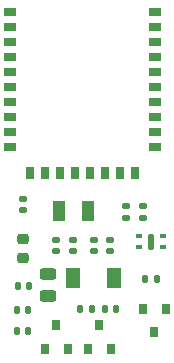
<source format=gbr>
G04 #@! TF.GenerationSoftware,KiCad,Pcbnew,(6.0.7)*
G04 #@! TF.CreationDate,2022-09-04T16:16:14-05:00*
G04 #@! TF.ProjectId,parasite-mini-test,70617261-7369-4746-952d-6d696e692d74,1.2.0*
G04 #@! TF.SameCoordinates,Original*
G04 #@! TF.FileFunction,Paste,Top*
G04 #@! TF.FilePolarity,Positive*
%FSLAX46Y46*%
G04 Gerber Fmt 4.6, Leading zero omitted, Abs format (unit mm)*
G04 Created by KiCad (PCBNEW (6.0.7)) date 2022-09-04 16:16:14*
%MOMM*%
%LPD*%
G01*
G04 APERTURE LIST*
G04 Aperture macros list*
%AMRoundRect*
0 Rectangle with rounded corners*
0 $1 Rounding radius*
0 $2 $3 $4 $5 $6 $7 $8 $9 X,Y pos of 4 corners*
0 Add a 4 corners polygon primitive as box body*
4,1,4,$2,$3,$4,$5,$6,$7,$8,$9,$2,$3,0*
0 Add four circle primitives for the rounded corners*
1,1,$1+$1,$2,$3*
1,1,$1+$1,$4,$5*
1,1,$1+$1,$6,$7*
1,1,$1+$1,$8,$9*
0 Add four rect primitives between the rounded corners*
20,1,$1+$1,$2,$3,$4,$5,0*
20,1,$1+$1,$4,$5,$6,$7,0*
20,1,$1+$1,$6,$7,$8,$9,0*
20,1,$1+$1,$8,$9,$2,$3,0*%
G04 Aperture macros list end*
%ADD10RoundRect,0.147500X0.172500X-0.147500X0.172500X0.147500X-0.172500X0.147500X-0.172500X-0.147500X0*%
%ADD11RoundRect,0.147500X0.147500X0.172500X-0.147500X0.172500X-0.147500X-0.172500X0.147500X-0.172500X0*%
%ADD12RoundRect,0.147500X-0.147500X-0.172500X0.147500X-0.172500X0.147500X0.172500X-0.147500X0.172500X0*%
%ADD13R,0.800000X0.900000*%
%ADD14RoundRect,0.147500X-0.172500X0.147500X-0.172500X-0.147500X0.172500X-0.147500X0.172500X0.147500X0*%
%ADD15R,1.000000X1.800000*%
%ADD16RoundRect,0.218750X0.256250X-0.218750X0.256250X0.218750X-0.256250X0.218750X-0.256250X-0.218750X0*%
%ADD17RoundRect,0.243750X0.456250X-0.243750X0.456250X0.243750X-0.456250X0.243750X-0.456250X-0.243750X0*%
%ADD18RoundRect,0.125000X0.125000X0.575000X-0.125000X0.575000X-0.125000X-0.575000X0.125000X-0.575000X0*%
%ADD19RoundRect,0.087500X0.187500X0.087500X-0.187500X0.087500X-0.187500X-0.087500X0.187500X-0.087500X0*%
%ADD20RoundRect,0.087500X-0.187500X-0.087500X0.187500X-0.087500X0.187500X0.087500X-0.187500X0.087500X0*%
%ADD21R,1.300000X1.700000*%
%ADD22R,1.000000X0.650000*%
%ADD23R,0.650000X1.000000*%
G04 APERTURE END LIST*
D10*
X68000000Y-51400000D03*
X68000000Y-50430000D03*
D11*
X62400000Y-56400000D03*
X61430000Y-56400000D03*
D10*
X69300000Y-51400000D03*
X69300000Y-50430000D03*
D12*
X68900000Y-56300000D03*
X69870000Y-56300000D03*
D11*
X62400000Y-58200000D03*
X61430000Y-58200000D03*
D13*
X63850000Y-59700000D03*
X65750000Y-59700000D03*
X64800000Y-57700000D03*
D12*
X66815000Y-56300000D03*
X67785000Y-56300000D03*
X61515000Y-54400000D03*
X62485000Y-54400000D03*
D14*
X62000000Y-47000000D03*
X62000000Y-47970000D03*
D11*
X73300000Y-53800000D03*
X72330000Y-53800000D03*
D13*
X74050000Y-56300000D03*
X72150000Y-56300000D03*
X73100000Y-58300000D03*
D15*
X65000000Y-48000000D03*
X67500000Y-48000000D03*
D16*
X62000000Y-52000000D03*
X62000000Y-50425000D03*
D10*
X66200000Y-51400000D03*
X66200000Y-50430000D03*
D14*
X64800000Y-50430000D03*
X64800000Y-51400000D03*
D17*
X64100000Y-55237500D03*
X64100000Y-53362500D03*
D10*
X70700000Y-48570000D03*
X70700000Y-47600000D03*
D14*
X72100000Y-47600000D03*
X72100000Y-48570000D03*
D13*
X67500000Y-59700000D03*
X69400000Y-59700000D03*
X68450000Y-57700000D03*
D18*
X72800000Y-50600000D03*
D19*
X73825000Y-50100000D03*
D20*
X71775000Y-50100000D03*
X71775000Y-51100000D03*
D19*
X73825000Y-51100000D03*
D21*
X69700000Y-53700000D03*
X66200000Y-53700000D03*
D22*
X60881000Y-31170000D03*
X60881000Y-32440000D03*
X60881000Y-33710000D03*
X60881000Y-34980000D03*
X60881000Y-36250000D03*
X60881000Y-37520000D03*
X60881000Y-38790000D03*
X60881000Y-40060000D03*
X60881000Y-41330000D03*
X60881000Y-42600000D03*
D23*
X62530000Y-44819000D03*
X63800000Y-44819000D03*
X65070000Y-44819000D03*
X66340000Y-44819000D03*
X67610000Y-44819000D03*
X68880000Y-44819000D03*
X70150000Y-44819000D03*
X71420000Y-44819000D03*
D22*
X73119000Y-42600000D03*
X73119000Y-41330000D03*
X73119000Y-40060000D03*
X73119000Y-38790000D03*
X73119000Y-37520000D03*
X73119000Y-36250000D03*
X73119000Y-34980000D03*
X73119000Y-33710000D03*
X73119000Y-32440000D03*
X73119000Y-31170000D03*
M02*

</source>
